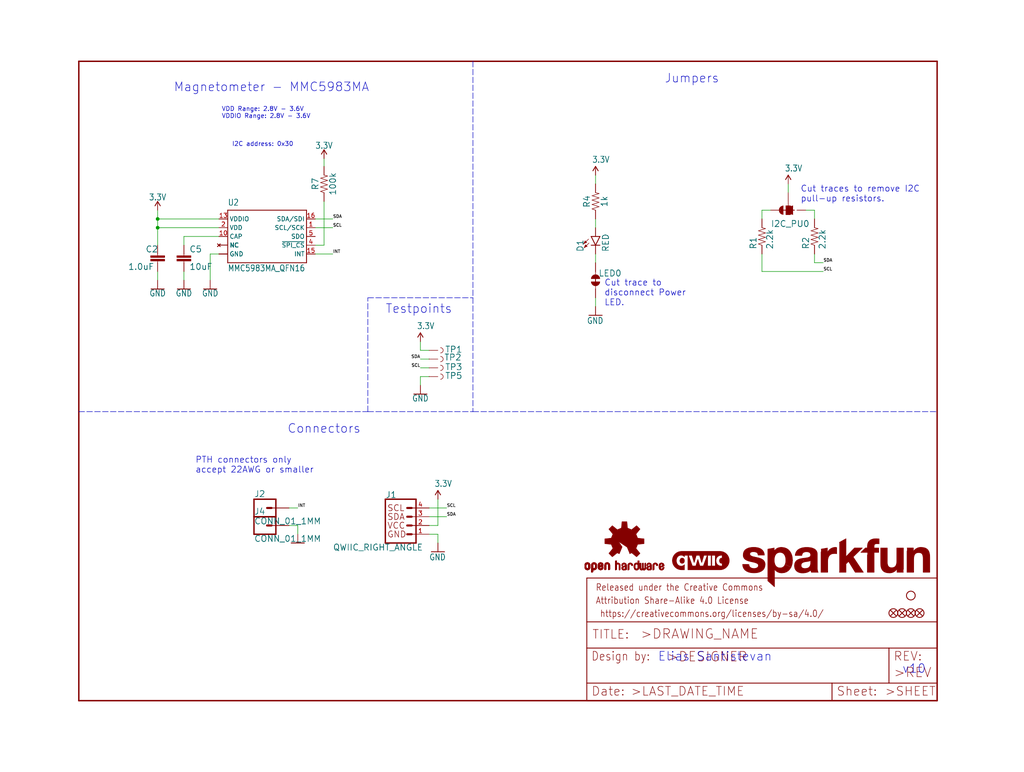
<source format=kicad_sch>
(kicad_sch (version 20211123) (generator eeschema)
  (paper "User" 297.002 223.926)
  (lib_symbols
    (symbol "schematicEagle-eagle-import:1.0UF-0402T-16V-10%"
      (property "Reference" "C" (at 1.524 2.921 0))
      (property "Value" "1.0UF-0402T-16V-10%" (at 1.524 -2.159 0))
      (symbol "1.0UF-0402T-16V-10%_1_0"
        (pin passive line (at 0 5.08 270) (length 2.54) (name "1") (number "1"))
        (pin passive line (at 0 -2.54 90) (length 2.54) (name "2") (number "2"))
      )
    )
    (symbol "schematicEagle-eagle-import:100KOHM-0402T-1{slash}16W-1%"
      (property "Reference" "R" (at 0 1.524 0))
      (property "Value" "100KOHM-0402T-1{slash}16W-1%" (at 0 -1.524 0))
      (symbol "100KOHM-0402T-1{slash}16W-1%_1_0"
        (pin passive line (at -5.08 0 0) (length 2.54) (name "1") (number "1"))
        (pin passive line (at 5.08 0 180) (length 2.54) (name "2") (number "2"))
      )
    )
    (symbol "schematicEagle-eagle-import:10UF-0402T-6.3V-20%"
      (property "Reference" "C" (at 1.524 2.921 0))
      (property "Value" "10UF-0402T-6.3V-20%" (at 1.524 -2.159 0))
      (symbol "10UF-0402T-6.3V-20%_1_0"
        (pin passive line (at 0 5.08 270) (length 2.54) (name "1") (number "1"))
        (pin passive line (at 0 -2.54 90) (length 2.54) (name "2") (number "2"))
      )
    )
    (symbol "schematicEagle-eagle-import:1KOHM-0402T-1{slash}16W-1%"
      (property "Reference" "R" (at 0 1.524 0))
      (property "Value" "1KOHM-0402T-1{slash}16W-1%" (at 0 -1.524 0))
      (symbol "1KOHM-0402T-1{slash}16W-1%_1_0"
        (pin passive line (at -5.08 0 0) (length 2.54) (name "1") (number "1"))
        (pin passive line (at 5.08 0 180) (length 2.54) (name "2") (number "2"))
      )
    )
    (symbol "schematicEagle-eagle-import:2.2KOHM-0402T-1{slash}16W-1%"
      (property "Reference" "R" (at 0 1.524 0))
      (property "Value" "2.2KOHM-0402T-1{slash}16W-1%" (at 0 -1.524 0))
      (symbol "2.2KOHM-0402T-1{slash}16W-1%_1_0"
        (pin passive line (at -5.08 0 0) (length 2.54) (name "1") (number "1"))
        (pin passive line (at 5.08 0 180) (length 2.54) (name "2") (number "2"))
      )
    )
    (symbol "schematicEagle-eagle-import:3.3V" (power)
      (property "Value" "3.3V" (at 0 2.794 0))
      (symbol "3.3V_1_0"
        (pin power_in line (at 0 0 90) (length 2.54) (name "3.3V") (number "1"))
      )
    )
    (symbol "schematicEagle-eagle-import:CONN_01_1MM"
      (property "Reference" "J" (at -2.54 3.048 0))
      (property "Value" "CONN_01_1MM" (at -2.54 -4.826 0))
      (symbol "CONN_01_1MM_1_0"
        (pin passive line (at 7.62 0 180) (length 5.08) (name "1") (number "1"))
      )
    )
    (symbol "schematicEagle-eagle-import:FIDUCIALUFIDUCIAL")
    (symbol "schematicEagle-eagle-import:FRAME-LETTER"
      (symbol "FRAME-LETTER_2_0"
        (text " https://creativecommons.org/licenses/by-sa/4.0/" (at 2.54 24.13 0) (effects (font (size 1.9304 1.6408)) (justify left bottom)))
        (text ">DESIGNER" (at 23.114 11.176 0) (effects (font (size 2.7432 2.7432)) (justify left bottom)))
        (text ">DRAWING_NAME" (at 15.494 17.78 0) (effects (font (size 2.7432 2.7432)) (justify left bottom)))
        (text ">LAST_DATE_TIME" (at 12.7 1.27 0) (effects (font (size 2.54 2.54)) (justify left bottom)))
        (text ">REV" (at 88.9 6.604 0) (effects (font (size 2.7432 2.7432)) (justify left bottom)))
        (text ">SHEET" (at 86.36 1.27 0) (effects (font (size 2.54 2.54)) (justify left bottom)))
        (text "Attribution Share-Alike 4.0 License" (at 2.54 27.94 0) (effects (font (size 1.9304 1.6408)) (justify left bottom)))
        (text "Date:" (at 1.27 1.27 0) (effects (font (size 2.54 2.54)) (justify left bottom)))
        (text "Design by:" (at 1.27 11.43 0) (effects (font (size 2.54 2.159)) (justify left bottom)))
        (text "Released under the Creative Commons" (at 2.54 31.75 0) (effects (font (size 1.9304 1.6408)) (justify left bottom)))
        (text "REV:" (at 88.9 11.43 0) (effects (font (size 2.54 2.54)) (justify left bottom)))
        (text "Sheet:" (at 72.39 1.27 0) (effects (font (size 2.54 2.54)) (justify left bottom)))
        (text "TITLE:" (at 1.524 17.78 0) (effects (font (size 2.54 2.54)) (justify left bottom)))
      )
    )
    (symbol "schematicEagle-eagle-import:GND" (power)
      (property "Value" "GND" (at 0 -0.254 0))
      (symbol "GND_1_0"
        (pin power_in line (at 0 2.54 270) (length 2.54) (name "GND") (number "1"))
      )
    )
    (symbol "schematicEagle-eagle-import:JUMPER-SMT_2_NC_TRACE_SILK"
      (property "Reference" "JP" (at 0 3.048 0))
      (property "Value" "JUMPER-SMT_2_NC_TRACE_SILK" (at 0 -3.048 0))
      (symbol "JUMPER-SMT_2_NC_TRACE_SILK_1_0"
        (pin passive line (at -5.08 0 0) (length 2.54) (name "1") (number "1"))
        (pin passive line (at 5.08 0 180) (length 2.54) (name "2") (number "2"))
      )
    )
    (symbol "schematicEagle-eagle-import:JUMPER-SMT_3_2-NC_TRACE_SILK"
      (property "Reference" "JP" (at 6.096 1.524 0))
      (property "Value" "JUMPER-SMT_3_2-NC_TRACE_SILK" (at 6.858 -1.524 0))
      (symbol "JUMPER-SMT_3_2-NC_TRACE_SILK_1_0"
        (pin passive line (at 0 5.08 270) (length 2.54) (name "1") (number "1"))
        (pin passive line (at -5.08 0 0) (length 2.54) (name "2") (number "2"))
        (pin passive line (at 0 -5.08 90) (length 2.54) (name "3") (number "3"))
      )
    )
    (symbol "schematicEagle-eagle-import:LED-RED_0402"
      (property "Reference" "D" (at -3.429 -4.572 90))
      (property "Value" "LED-RED_0402" (at 1.905 -4.572 90))
      (symbol "LED-RED_0402_1_0"
        (pin passive line (at 0 2.54 270) (length 2.54) (name "A") (number "A"))
        (pin passive line (at 0 -5.08 90) (length 2.54) (name "C") (number "C"))
      )
    )
    (symbol "schematicEagle-eagle-import:MMC5983MA_QFN16"
      (property "Reference" "U" (at -10.16 8.89 0))
      (property "Value" "MMC5983MA_QFN16" (at -10.16 -10.16 0))
      (symbol "MMC5983MA_QFN16_1_0"
        (pin bidirectional line (at 15.24 2.54 180) (length 2.54) (name "SCL/SCK") (number "1"))
        (pin passive line (at -12.7 0 0) (length 2.54) (name "CAP") (number "10"))
        (pin power_in line (at -12.7 -5.08 0) (length 2.54) (name "GND") (number "11"))
        (pin no_connect line (at -12.7 -2.54 0) (length 2.54) (name "NC") (number "12"))
        (pin power_in line (at -12.7 5.08 0) (length 2.54) (name "VDDIO") (number "13"))
        (pin no_connect line (at -12.7 -2.54 0) (length 2.54) (name "NC") (number "14"))
        (pin output line (at 15.24 -5.08 180) (length 2.54) (name "INT") (number "15"))
        (pin bidirectional line (at 15.24 5.08 180) (length 2.54) (name "SDA/SDI") (number "16"))
        (pin power_in line (at -12.7 2.54 0) (length 2.54) (name "VDD") (number "2"))
        (pin no_connect line (at -12.7 -2.54 0) (length 2.54) (name "NC") (number "3"))
        (pin input line (at 15.24 -2.54 180) (length 2.54) (name "~{SPI_CS}") (number "4"))
        (pin output line (at 15.24 0 180) (length 2.54) (name "SDO") (number "5"))
        (pin no_connect line (at -12.7 -2.54 0) (length 2.54) (name "NC") (number "6"))
        (pin no_connect line (at -12.7 -2.54 0) (length 2.54) (name "NC") (number "7"))
        (pin no_connect line (at -12.7 -2.54 0) (length 2.54) (name "NC") (number "8"))
        (pin power_in line (at -12.7 -5.08 0) (length 2.54) (name "GND") (number "9"))
      )
    )
    (symbol "schematicEagle-eagle-import:OSHW-LOGOMINI")
    (symbol "schematicEagle-eagle-import:QWIIC_CONNECTORJS-1MM"
      (property "Reference" "J" (at -5.08 7.874 0))
      (property "Value" "QWIIC_CONNECTORJS-1MM" (at -5.08 -5.334 0))
      (symbol "QWIIC_CONNECTORJS-1MM_1_0"
        (text "GND" (at -4.572 -2.54 0) (effects (font (size 1.778 1.778)) (justify left)))
        (text "SCL" (at -4.572 5.08 0) (effects (font (size 1.778 1.778)) (justify left)))
        (text "SDA" (at -4.572 2.54 0) (effects (font (size 1.778 1.778)) (justify left)))
        (text "VCC" (at -4.572 0 0) (effects (font (size 1.778 1.778)) (justify left)))
        (pin power_in line (at 7.62 -2.54 180) (length 5.08) (name "1") (number "1"))
        (pin power_in line (at 7.62 0 180) (length 5.08) (name "2") (number "2"))
        (pin passive line (at 7.62 2.54 180) (length 5.08) (name "3") (number "3"))
        (pin passive line (at 7.62 5.08 180) (length 5.08) (name "4") (number "4"))
      )
    )
    (symbol "schematicEagle-eagle-import:QWIIC_LOGO_4MM")
    (symbol "schematicEagle-eagle-import:SFE_LOGO_NAMEBLANK")
    (symbol "schematicEagle-eagle-import:STAND-OFFTIGHT")
    (symbol "schematicEagle-eagle-import:TEST-POINT3"
      (property "Reference" "TP" (at -2.54 2.54 0))
      (property "Value" "TEST-POINT3" (at -2.54 -2.54 0))
      (symbol "TEST-POINT3_1_0"
        (pin bidirectional line (at 0 0 180) (length 0) (name "1") (number "1"))
      )
    )
  )
  (junction (at 45.72 66.04))
  (junction (at 45.72 63.5))
  (polyline (pts (xy 106.68 86.36) (xy 137.16 86.36)))
  (polyline (pts (xy 137.16 119.38) (xy 271.78 119.38)))
  (wire (pts (xy 91.44 63.5) (xy 96.52 63.5)))
  (wire (pts (xy 93.98 45.974) (xy 93.98 48.26)))
  (wire (pts (xy 233.68 60.96) (xy 236.22 60.96)))
  (wire (pts (xy 172.72 73.66) (xy 172.72 76.2)))
  (wire (pts (xy 220.98 78.74) (xy 238.76 78.74)))
  (wire (pts (xy 220.98 60.96) (xy 223.52 60.96)))
  (wire (pts (xy 127 152.4) (xy 127 144.78)))
  (wire (pts (xy 121.92 109.22) (xy 124.46 109.22)))
  (wire (pts (xy 172.72 86.36) (xy 172.72 88.9)))
  (wire (pts (xy 93.98 58.42) (xy 93.98 71.12)))
  (wire (pts (xy 124.46 149.86) (xy 129.54 149.86)))
  (wire (pts (xy 91.44 66.04) (xy 96.52 66.04)))
  (wire (pts (xy 121.92 101.6) (xy 121.92 99.06)))
  (wire (pts (xy 45.72 71.12) (xy 45.72 66.04)))
  (wire (pts (xy 236.22 76.2) (xy 238.76 76.2)))
  (wire (pts (xy 124.46 104.14) (xy 121.92 104.14)))
  (wire (pts (xy 63.5 66.04) (xy 45.72 66.04)))
  (wire (pts (xy 124.46 152.4) (xy 127 152.4)))
  (wire (pts (xy 53.34 78.74) (xy 53.34 81.28)))
  (wire (pts (xy 45.72 78.74) (xy 45.72 81.28)))
  (wire (pts (xy 86.36 147.32) (xy 83.82 147.32)))
  (wire (pts (xy 45.72 63.5) (xy 63.5 63.5)))
  (wire (pts (xy 53.34 71.12) (xy 53.34 68.58)))
  (wire (pts (xy 63.5 68.58) (xy 53.34 68.58)))
  (polyline (pts (xy 106.68 119.38) (xy 137.16 119.38)))
  (wire (pts (xy 83.82 152.4) (xy 86.36 152.4)))
  (wire (pts (xy 172.72 53.34) (xy 172.72 50.8)))
  (wire (pts (xy 220.98 63.5) (xy 220.98 60.96)))
  (wire (pts (xy 236.22 73.66) (xy 236.22 76.2)))
  (polyline (pts (xy 137.16 86.36) (xy 137.16 119.38)))
  (wire (pts (xy 172.72 63.5) (xy 172.72 66.04)))
  (wire (pts (xy 124.46 101.6) (xy 121.92 101.6)))
  (wire (pts (xy 127 154.94) (xy 127 157.48)))
  (wire (pts (xy 63.5 73.66) (xy 60.96 73.66)))
  (wire (pts (xy 45.72 66.04) (xy 45.72 63.5)))
  (wire (pts (xy 60.96 73.66) (xy 60.96 81.28)))
  (polyline (pts (xy 137.16 17.78) (xy 137.16 86.36)))
  (wire (pts (xy 45.72 60.96) (xy 45.72 63.5)))
  (wire (pts (xy 228.6 53.34) (xy 228.6 55.88)))
  (polyline (pts (xy 22.86 119.38) (xy 106.68 119.38)))
  (wire (pts (xy 124.46 106.68) (xy 121.92 106.68)))
  (polyline (pts (xy 106.68 119.38) (xy 106.68 86.36)))
  (wire (pts (xy 86.36 152.4) (xy 86.36 154.94)))
  (wire (pts (xy 124.46 147.32) (xy 129.54 147.32)))
  (wire (pts (xy 220.98 73.66) (xy 220.98 78.74)))
  (wire (pts (xy 121.92 109.22) (xy 121.92 111.76)))
  (wire (pts (xy 124.46 154.94) (xy 127 154.94)))
  (wire (pts (xy 91.44 71.12) (xy 93.98 71.12)))
  (wire (pts (xy 91.44 73.66) (xy 96.52 73.66)))
  (wire (pts (xy 236.22 60.96) (xy 236.22 63.5)))
  (text "PTH connectors only\naccept 22AWG or smaller" (at 56.642 137.414 180) (effects (font (size 1.778 1.778)) (justify left bottom)))
  (text "Cut trace to\ndisconnect Power\nLED." (at 175.26 88.9 180) (effects (font (size 1.778 1.778)) (justify left bottom)))
  (text "v10" (at 261.62 195.58 180) (effects (font (size 2.54 2.54)) (justify left bottom)))
  (text "Jumpers" (at 200.66 22.86 180) (effects (font (size 2.54 2.54))))
  (text "I2C address: 0x30" (at 76.2 41.91 180) (effects (font (size 1.27 1.27))))
  (text "Testpoints" (at 111.76 91.186 180) (effects (font (size 2.54 2.54)) (justify left bottom)))
  (text "Connectors" (at 93.98 124.46 180) (effects (font (size 2.54 2.54))))
  (text "VDD Range: 2.8V - 3.6V\nVDDIO Range: 2.8V - 3.6V" (at 64.262 34.544 180) (effects (font (size 1.27 1.27)) (justify left bottom)))
  (text "Elias Santistevan" (at 190.754 192.024 180) (effects (font (size 2.54 2.54)) (justify left bottom)))
  (text "Cut traces to remove I2C\npull-up resistors." (at 232.156 53.848 180) (effects (font (size 1.778 1.778)) (justify left top)))
  (text "Magnetometer - MMC5983MA" (at 78.74 25.4 180) (effects (font (size 2.54 2.54))))
  (label "INT" (at 96.52 73.66 0) (effects (font (size 0.889 0.889))))
  (label "SDA" (at 238.76 76.2 0) (effects (font (size 0.889 0.889))))
  (label "SDA" (at 96.52 63.5 0) (effects (font (size 0.889 0.889))))
  (label "SCL" (at 96.52 66.04 0) (effects (font (size 0.889 0.889))))
  (label "SCL" (at 121.92 106.68 180) (effects (font (size 0.889 0.889))))
  (label "INT" (at 86.36 147.32 0) (effects (font (size 0.889 0.889))))
  (label "SCL" (at 238.76 78.74 0) (effects (font (size 0.889 0.889))))
  (label "SDA" (at 121.92 104.14 180) (effects (font (size 0.889 0.889))))
  (label "SCL" (at 129.54 147.32 0) (effects (font (size 0.889 0.889))))
  (label "SDA" (at 129.54 149.86 0) (effects (font (size 0.889 0.889))))
  (symbol (lib_id "schematicEagle-eagle-import:TEST-POINT3") (at 124.46 106.68 0) (unit 1)
    (property "Reference" "TP3" (at 129.032 107.442 0) (effects (font (size 1.778 1.778)) (justify left bottom)))
    (property "Value" "TEST-POINT3" (effects hide))
    (property "Footprint" "schematicEagle:PAD.03X.03" (effects hide))
  )
  (symbol (lib_id "schematicEagle-eagle-import:FRAME-LETTER") (at 170.18 203.2 0) (unit 2)
    (property "Reference" "FRAME1" (effects hide))
    (property "Value" "FRAME-LETTER" (effects hide))
    (property "Footprint" "schematicEagle:CREATIVE_COMMONS" (effects hide))
    (property "Value" "FRAME-LETTER" (effects hide))
  )
  (symbol (lib_id "schematicEagle-eagle-import:3.3V") (at 172.72 50.8 0) (unit 1)
    (property "Reference" "#SUPPLY3" (effects hide))
    (property "Value" "3.3V" (at 171.704 47.244 0) (effects (font (size 1.778 1.5113)) (justify left bottom)))
    (property "Footprint" "schematicEagle:" (effects hide))
  )
  (symbol (lib_id "schematicEagle-eagle-import:QWIIC_LOGO_4MM") (at 203.2 162.56 0) (unit 1)
    (property "Reference" "LOGO1" (effects hide))
    (property "Value" "QWIIC_LOGO_4MM" (effects hide))
    (property "Footprint" "schematicEagle:QWIIC_4MM" (effects hide))
  )
  (symbol (lib_id "schematicEagle-eagle-import:3.3V") (at 93.98 45.974 0) (unit 1)
    (property "Reference" "#SUPPLY9" (effects hide))
    (property "Value" "3.3V" (at 93.98 43.18 0) (effects (font (size 1.778 1.5113)) (justify bottom)))
    (property "Footprint" "schematicEagle:" (effects hide))
  )
  (symbol (lib_id "schematicEagle-eagle-import:1.0UF-0402T-16V-10%") (at 45.72 76.2 0) (unit 1)
    (property "Reference" "C2" (at 42.164 73.279 0) (effects (font (size 1.778 1.778)) (justify left bottom)))
    (property "Value" "1.0uF" (at 37.084 78.359 0) (effects (font (size 1.778 1.778)) (justify left bottom)))
    (property "Footprint" "schematicEagle:0402-TIGHT" (effects hide))
  )
  (symbol (lib_id "schematicEagle-eagle-import:2.2KOHM-0402T-1{slash}16W-1%") (at 220.98 68.58 90) (unit 1)
    (property "Reference" "R1" (at 219.4814 72.39 0) (effects (font (size 1.778 1.778)) (justify left bottom)))
    (property "Value" "2.2k" (at 224.282 72.39 0) (effects (font (size 1.778 1.778)) (justify left bottom)))
    (property "Footprint" "schematicEagle:0402-TIGHT" (effects hide))
  )
  (symbol (lib_id "schematicEagle-eagle-import:JUMPER-SMT_3_2-NC_TRACE_SILK") (at 228.6 60.96 90) (mirror x) (unit 1)
    (property "Reference" "I2C_PU0" (at 223.52 63.881 90) (effects (font (size 1.778 1.778)) (justify right top)))
    (property "Value" "S_MODE" (effects hide))
    (property "Footprint" "schematicEagle:SMT-JUMPER_3_2-NC_TRACE_SILK" (effects hide))
  )
  (symbol (lib_id "schematicEagle-eagle-import:GND") (at 86.36 157.48 0) (unit 1)
    (property "Reference" "#GND6" (effects hide))
    (property "Value" "GND" (at 83.82 160.02 0) (effects (font (size 1.778 1.5113)) (justify left bottom)))
    (property "Footprint" "schematicEagle:" (effects hide))
    (property "Value" "GND" (effects hide))
  )
  (symbol (lib_id "schematicEagle-eagle-import:FRAME-LETTER") (at 22.86 203.2 0) (unit 1)
    (property "Reference" "FRAME1" (effects hide))
    (property "Value" "FRAME-LETTER" (effects hide))
    (property "Footprint" "schematicEagle:CREATIVE_COMMONS" (effects hide))
    (property "Value" "FRAME-LETTER" (effects hide))
  )
  (symbol (lib_id "schematicEagle-eagle-import:QWIIC_CONNECTORJS-1MM") (at 116.84 152.4 0) (unit 1)
    (property "Reference" "J1" (at 111.76 144.526 0) (effects (font (size 1.778 1.778)) (justify left bottom)))
    (property "Value" "QWIIC_RIGHT_ANGLE" (at 96.52 157.734 0) (effects (font (size 1.778 1.778)) (justify left top)))
    (property "Footprint" "schematicEagle:JST04_1MM_RA" (effects hide))
  )
  (symbol (lib_id "schematicEagle-eagle-import:GND") (at 172.72 91.44 0) (unit 1)
    (property "Reference" "#GND7" (effects hide))
    (property "Value" "GND" (at 170.18 93.98 0) (effects (font (size 1.778 1.5113)) (justify left bottom)))
    (property "Footprint" "schematicEagle:" (effects hide))
  )
  (symbol (lib_id "schematicEagle-eagle-import:1KOHM-0402T-1{slash}16W-1%") (at 172.72 58.42 90) (unit 1)
    (property "Reference" "R4" (at 171.196 58.42 0) (effects (font (size 1.778 1.778)) (justify bottom)))
    (property "Value" "1k" (at 174.244 58.42 0) (effects (font (size 1.778 1.778)) (justify top)))
    (property "Footprint" "schematicEagle:0402-TIGHT" (effects hide))
  )
  (symbol (lib_id "schematicEagle-eagle-import:JUMPER-SMT_2_NC_TRACE_SILK") (at 172.72 81.28 90) (unit 1)
    (property "Reference" "LED0" (at 180.34 78.232 90) (effects (font (size 1.778 1.778)) (justify left bottom)))
    (property "Value" "JUMPER-SMT_2_NC_TRACE_SILK" (effects hide))
    (property "Footprint" "schematicEagle:SMT-JUMPER_2_NC_TRACE_SILK" (effects hide))
  )
  (symbol (lib_id "schematicEagle-eagle-import:TEST-POINT3") (at 124.46 101.6 0) (unit 1)
    (property "Reference" "TP1" (at 129.032 102.362 0) (effects (font (size 1.778 1.778)) (justify left bottom)))
    (property "Value" "TEST-POINT3" (effects hide))
    (property "Footprint" "schematicEagle:PAD.03X.03" (effects hide))
  )
  (symbol (lib_id "schematicEagle-eagle-import:FIDUCIALUFIDUCIAL") (at 264.16 177.8 0) (unit 1)
    (property "Reference" "FD1" (effects hide))
    (property "Value" "FIDUCIALUFIDUCIAL" (effects hide))
    (property "Footprint" "schematicEagle:FIDUCIAL-MICRO" (effects hide))
  )
  (symbol (lib_id "schematicEagle-eagle-import:GND") (at 60.96 83.82 0) (unit 1)
    (property "Reference" "#GND1" (effects hide))
    (property "Value" "GND" (at 60.96 84.074 0) (effects (font (size 1.778 1.5113)) (justify top)))
    (property "Footprint" "schematicEagle:" (effects hide))
  )
  (symbol (lib_id "schematicEagle-eagle-import:3.3V") (at 127 144.78 0) (unit 1)
    (property "Reference" "#SUPPLY1" (effects hide))
    (property "Value" "3.3V" (at 125.984 141.224 0) (effects (font (size 1.778 1.5113)) (justify left bottom)))
    (property "Footprint" "schematicEagle:" (effects hide))
  )
  (symbol (lib_id "schematicEagle-eagle-import:FIDUCIALUFIDUCIAL") (at 261.62 177.8 0) (unit 1)
    (property "Reference" "FID2" (effects hide))
    (property "Value" "FIDUCIALUFIDUCIAL" (effects hide))
    (property "Footprint" "schematicEagle:FIDUCIAL-MICRO" (effects hide))
  )
  (symbol (lib_id "schematicEagle-eagle-import:10UF-0402T-6.3V-20%") (at 53.34 76.2 0) (unit 1)
    (property "Reference" "C5" (at 54.864 73.279 0) (effects (font (size 1.778 1.778)) (justify left bottom)))
    (property "Value" "10uF" (at 54.864 78.359 0) (effects (font (size 1.778 1.778)) (justify left bottom)))
    (property "Footprint" "schematicEagle:0402-TIGHT" (effects hide))
  )
  (symbol (lib_id "schematicEagle-eagle-import:GND") (at 121.92 114.3 0) (unit 1)
    (property "Reference" "#GND5" (effects hide))
    (property "Value" "GND" (at 121.92 114.554 0) (effects (font (size 1.778 1.5113)) (justify top)))
    (property "Footprint" "schematicEagle:" (effects hide))
  )
  (symbol (lib_id "schematicEagle-eagle-import:OSHW-LOGOMINI") (at 181.102 156.972 0) (unit 1)
    (property "Reference" "LOGO2" (effects hide))
    (property "Value" "OSHW-LOGOMINI" (effects hide))
    (property "Footprint" "schematicEagle:OSHW-LOGO-MINI" (effects hide))
  )
  (symbol (lib_id "schematicEagle-eagle-import:TEST-POINT3") (at 124.46 109.22 0) (unit 1)
    (property "Reference" "TP5" (at 129.032 109.982 0) (effects (font (size 1.778 1.778)) (justify left bottom)))
    (property "Value" "TEST-POINT3" (effects hide))
    (property "Footprint" "schematicEagle:PAD.03X.03" (effects hide))
  )
  (symbol (lib_id "schematicEagle-eagle-import:3.3V") (at 228.6 53.34 0) (unit 1)
    (property "Reference" "#SUPPLY2" (effects hide))
    (property "Value" "3.3V" (at 227.584 49.784 0) (effects (font (size 1.778 1.5113)) (justify left bottom)))
    (property "Footprint" "schematicEagle:" (effects hide))
  )
  (symbol (lib_id "schematicEagle-eagle-import:STAND-OFFTIGHT") (at 264.16 172.72 0) (unit 1)
    (property "Reference" "STANDOFF3" (effects hide))
    (property "Value" "STAND-OFFTIGHT" (effects hide))
    (property "Footprint" "schematicEagle:STAND-OFF-TIGHT" (effects hide))
  )
  (symbol (lib_id "schematicEagle-eagle-import:3.3V") (at 121.92 99.06 0) (unit 1)
    (property "Reference" "#SUPPLY6" (effects hide))
    (property "Value" "3.3V" (at 120.904 95.504 0) (effects (font (size 1.778 1.5113)) (justify left bottom)))
    (property "Footprint" "schematicEagle:" (effects hide))
  )
  (symbol (lib_id "schematicEagle-eagle-import:2.2KOHM-0402T-1{slash}16W-1%") (at 236.22 68.58 90) (unit 1)
    (property "Reference" "R2" (at 234.7214 72.39 0) (effects (font (size 1.778 1.778)) (justify left bottom)))
    (property "Value" "2.2k" (at 239.522 72.39 0) (effects (font (size 1.778 1.778)) (justify left bottom)))
    (property "Footprint" "schematicEagle:0402-TIGHT" (effects hide))
  )
  (symbol (lib_id "schematicEagle-eagle-import:3.3V") (at 45.72 60.96 0) (unit 1)
    (property "Reference" "#SUPPLY8" (effects hide))
    (property "Value" "3.3V" (at 45.72 58.166 0) (effects (font (size 1.778 1.5113)) (justify bottom)))
    (property "Footprint" "schematicEagle:" (effects hide))
  )
  (symbol (lib_id "schematicEagle-eagle-import:FIDUCIALUFIDUCIAL") (at 259.08 177.8 0) (unit 1)
    (property "Reference" "FID1" (effects hide))
    (property "Value" "FIDUCIALUFIDUCIAL" (effects hide))
    (property "Footprint" "schematicEagle:FIDUCIAL-MICRO" (effects hide))
  )
  (symbol (lib_id "schematicEagle-eagle-import:GND") (at 45.72 83.82 0) (unit 1)
    (property "Reference" "#GND2" (effects hide))
    (property "Value" "GND" (at 45.72 84.074 0) (effects (font (size 1.778 1.5113)) (justify top)))
    (property "Footprint" "schematicEagle:" (effects hide))
  )
  (symbol (lib_id "schematicEagle-eagle-import:SFE_LOGO_NAMEBLANK") (at 213.36 170.18 0) (unit 1)
    (property "Reference" "LOGO3" (effects hide))
    (property "Value" "SFE_LOGO_NAMEBLANK" (effects hide))
    (property "Footprint" "schematicEagle:BLANK" (effects hide))
  )
  (symbol (lib_id "schematicEagle-eagle-import:CONN_01_1MM") (at 76.2 152.4 0) (unit 1)
    (property "Reference" "J4" (at 73.66 149.352 0) (effects (font (size 1.778 1.778)) (justify left bottom)))
    (property "Value" "CONN_01_1MM" (at 73.66 157.226 0) (effects (font (size 1.778 1.778)) (justify left bottom)))
    (property "Footprint" "schematicEagle:1X01_1MM_NO_SILK" (effects hide))
  )
  (symbol (lib_id "schematicEagle-eagle-import:LED-RED_0402") (at 172.72 68.58 0) (unit 1)
    (property "Reference" "D1" (at 169.291 73.152 90) (effects (font (size 1.778 1.778)) (justify left bottom)))
    (property "Value" "RED" (at 174.625 73.152 90) (effects (font (size 1.778 1.778)) (justify left top)))
    (property "Footprint" "schematicEagle:LED-0402" (effects hide))
  )
  (symbol (lib_id "schematicEagle-eagle-import:MMC5983MA_QFN16") (at 76.2 68.58 0) (unit 1)
    (property "Reference" "U2" (at 66.04 59.69 0) (effects (font (size 1.778 1.5113)) (justify left bottom)))
    (property "Value" "MMC5983MA_QFN16" (at 66.04 78.74 0) (effects (font (size 1.778 1.5113)) (justify left bottom)))
    (property "Footprint" "schematicEagle:LGA-16-3X3MM-4X4PINS" (effects hide))
  )
  (symbol (lib_id "schematicEagle-eagle-import:CONN_01_1MM") (at 76.2 147.32 0) (unit 1)
    (property "Reference" "J2" (at 73.66 144.272 0) (effects (font (size 1.778 1.778)) (justify left bottom)))
    (property "Value" "CONN_01_1MM" (at 73.66 152.146 0) (effects (font (size 1.778 1.778)) (justify left bottom)))
    (property "Footprint" "schematicEagle:1X01_1MM_NO_SILK" (effects hide))
  )
  (symbol (lib_id "schematicEagle-eagle-import:TEST-POINT3") (at 124.46 104.14 0) (unit 1)
    (property "Reference" "TP2" (at 128.778 104.648 0) (effects (font (size 1.778 1.778)) (justify left bottom)))
    (property "Value" "TEST-POINT3" (effects hide))
    (property "Footprint" "schematicEagle:PAD.03X.03" (effects hide))
  )
  (symbol (lib_id "schematicEagle-eagle-import:GND") (at 127 160.02 0) (unit 1)
    (property "Reference" "#GND3" (effects hide))
    (property "Value" "GND" (at 124.46 162.56 0) (effects (font (size 1.778 1.5113)) (justify left bottom)))
    (property "Footprint" "schematicEagle:" (effects hide))
  )
  (symbol (lib_id "schematicEagle-eagle-import:FIDUCIALUFIDUCIAL") (at 266.7 177.8 0) (unit 1)
    (property "Reference" "FD2" (effects hide))
    (property "Value" "FIDUCIALUFIDUCIAL" (effects hide))
    (property "Footprint" "schematicEagle:FIDUCIAL-MICRO" (effects hide))
  )
  (symbol (lib_id "schematicEagle-eagle-import:100KOHM-0402T-1{slash}16W-1%") (at 93.98 53.34 90) (unit 1)
    (property "Reference" "R7" (at 92.456 53.34 0) (effects (font (size 1.778 1.778)) (justify bottom)))
    (property "Value" "100k" (at 95.504 53.34 0) (effects (font (size 1.778 1.778)) (justify top)))
    (property "Footprint" "schematicEagle:0402-TIGHT" (effects hide))
  )
  (symbol (lib_id "schematicEagle-eagle-import:GND") (at 53.34 83.82 0) (unit 1)
    (property "Reference" "#GND9" (effects hide))
    (property "Value" "GND" (at 53.34 84.074 0) (effects (font (size 1.778 1.5113)) (justify top)))
    (property "Footprint" "schematicEagle:" (effects hide))
  )
)
</source>
